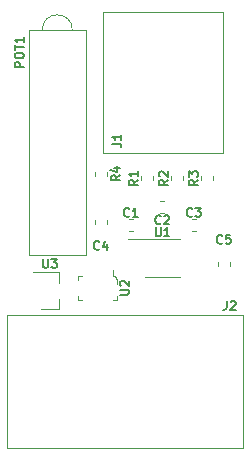
<source format=gbr>
G04 #@! TF.GenerationSoftware,KiCad,Pcbnew,5.1.5-52549c5~84~ubuntu18.04.1*
G04 #@! TF.CreationDate,2020-01-22T16:22:53-05:00*
G04 #@! TF.ProjectId,ATA,4154412e-6b69-4636-9164-5f7063625858,1.0*
G04 #@! TF.SameCoordinates,Original*
G04 #@! TF.FileFunction,Legend,Top*
G04 #@! TF.FilePolarity,Positive*
%FSLAX46Y46*%
G04 Gerber Fmt 4.6, Leading zero omitted, Abs format (unit mm)*
G04 Created by KiCad (PCBNEW 5.1.5-52549c5~84~ubuntu18.04.1) date 2020-01-22 16:22:53*
%MOMM*%
%LPD*%
G04 APERTURE LIST*
%ADD10C,0.120000*%
%ADD11C,0.100000*%
%ADD12C,0.150000*%
%ADD13R,1.002000X0.902000*%
%ADD14C,1.626000*%
%ADD15R,1.502000X3.502000*%
%ADD16R,2.402000X5.702000*%
%ADD17R,0.740000X1.190000*%
G04 APERTURE END LIST*
D10*
X140460000Y-96830000D02*
X139000000Y-96830000D01*
X140460000Y-93670000D02*
X138300000Y-93670000D01*
X140460000Y-93670000D02*
X140460000Y-94600000D01*
X140460000Y-96830000D02*
X140460000Y-95900000D01*
X144528000Y-85506779D02*
X144528000Y-85181221D01*
X143508000Y-85506779D02*
X143508000Y-85181221D01*
X152525000Y-85562221D02*
X152525000Y-85887779D01*
X153545000Y-85562221D02*
X153545000Y-85887779D01*
X153922000Y-92801221D02*
X153922000Y-93126779D01*
X154942000Y-92801221D02*
X154942000Y-93126779D01*
X143508000Y-89245221D02*
X143508000Y-89570779D01*
X144528000Y-89245221D02*
X144528000Y-89570779D01*
X156050000Y-97335000D02*
X156050000Y-108585000D01*
X136050000Y-97335000D02*
X136050000Y-108585000D01*
X156050000Y-108585000D02*
X136050000Y-108585000D01*
X156050000Y-97335000D02*
X136050000Y-97335000D01*
X154325000Y-71615000D02*
X154325000Y-83615000D01*
X144165000Y-71615000D02*
X144165000Y-83615000D01*
X144165000Y-83615000D02*
X154325000Y-83615000D01*
X154325000Y-71615000D02*
X144165000Y-71615000D01*
X146720779Y-90172000D02*
X146395221Y-90172000D01*
X146720779Y-89152000D02*
X146395221Y-89152000D01*
X149062221Y-87628000D02*
X149387779Y-87628000D01*
X149062221Y-88648000D02*
X149387779Y-88648000D01*
X151729221Y-90172000D02*
X152054779Y-90172000D01*
X151729221Y-89152000D02*
X152054779Y-89152000D01*
X147445000Y-85887779D02*
X147445000Y-85562221D01*
X148465000Y-85887779D02*
X148465000Y-85562221D01*
X151005000Y-85887779D02*
X151005000Y-85562221D01*
X149985000Y-85887779D02*
X149985000Y-85562221D01*
X149225000Y-94066000D02*
X150725000Y-94066000D01*
X149225000Y-94066000D02*
X147725000Y-94066000D01*
X149225000Y-90846000D02*
X150725000Y-90846000D01*
X149225000Y-90846000D02*
X146300000Y-90846000D01*
D11*
X145089000Y-95996000D02*
X145414000Y-95996000D01*
X145414000Y-95996000D02*
X145414000Y-95696000D01*
X142439000Y-93996000D02*
X142114000Y-93996000D01*
X142114000Y-93996000D02*
X142114000Y-94296000D01*
X142414000Y-95996000D02*
X142114000Y-95996000D01*
X142114000Y-95996000D02*
X142114000Y-95671000D01*
X145414000Y-94321000D02*
X145189000Y-93996000D01*
X145189000Y-93996000D02*
X145089000Y-93996000D01*
X145089000Y-93996000D02*
X145089000Y-93471000D01*
X145414000Y-94321000D02*
X145414000Y-94696000D01*
D10*
X137920000Y-73152000D02*
X137920000Y-92202000D01*
X142750000Y-73152000D02*
X142750000Y-92202000D01*
X137920000Y-73152000D02*
X142750000Y-73152000D01*
X137920000Y-92202000D02*
X142750000Y-92202000D01*
X139065000Y-73152000D02*
G75*
G02X141605000Y-73152000I1270000J0D01*
G01*
D12*
X139128571Y-92553285D02*
X139128571Y-93160428D01*
X139164285Y-93231857D01*
X139200000Y-93267571D01*
X139271428Y-93303285D01*
X139414285Y-93303285D01*
X139485714Y-93267571D01*
X139521428Y-93231857D01*
X139557142Y-93160428D01*
X139557142Y-92553285D01*
X139842857Y-92553285D02*
X140307142Y-92553285D01*
X140057142Y-92839000D01*
X140164285Y-92839000D01*
X140235714Y-92874714D01*
X140271428Y-92910428D01*
X140307142Y-92981857D01*
X140307142Y-93160428D01*
X140271428Y-93231857D01*
X140235714Y-93267571D01*
X140164285Y-93303285D01*
X139950000Y-93303285D01*
X139878571Y-93267571D01*
X139842857Y-93231857D01*
X145627285Y-85469000D02*
X145270142Y-85719000D01*
X145627285Y-85897571D02*
X144877285Y-85897571D01*
X144877285Y-85611857D01*
X144913000Y-85540428D01*
X144948714Y-85504714D01*
X145020142Y-85469000D01*
X145127285Y-85469000D01*
X145198714Y-85504714D01*
X145234428Y-85540428D01*
X145270142Y-85611857D01*
X145270142Y-85897571D01*
X145127285Y-84826142D02*
X145627285Y-84826142D01*
X144841571Y-85004714D02*
X145377285Y-85183285D01*
X145377285Y-84719000D01*
X152231285Y-85850000D02*
X151874142Y-86100000D01*
X152231285Y-86278571D02*
X151481285Y-86278571D01*
X151481285Y-85992857D01*
X151517000Y-85921428D01*
X151552714Y-85885714D01*
X151624142Y-85850000D01*
X151731285Y-85850000D01*
X151802714Y-85885714D01*
X151838428Y-85921428D01*
X151874142Y-85992857D01*
X151874142Y-86278571D01*
X151481285Y-85600000D02*
X151481285Y-85135714D01*
X151767000Y-85385714D01*
X151767000Y-85278571D01*
X151802714Y-85207142D01*
X151838428Y-85171428D01*
X151909857Y-85135714D01*
X152088428Y-85135714D01*
X152159857Y-85171428D01*
X152195571Y-85207142D01*
X152231285Y-85278571D01*
X152231285Y-85492857D01*
X152195571Y-85564285D01*
X152159857Y-85600000D01*
X154307000Y-91199857D02*
X154271285Y-91235571D01*
X154164142Y-91271285D01*
X154092714Y-91271285D01*
X153985571Y-91235571D01*
X153914142Y-91164142D01*
X153878428Y-91092714D01*
X153842714Y-90949857D01*
X153842714Y-90842714D01*
X153878428Y-90699857D01*
X153914142Y-90628428D01*
X153985571Y-90557000D01*
X154092714Y-90521285D01*
X154164142Y-90521285D01*
X154271285Y-90557000D01*
X154307000Y-90592714D01*
X154985571Y-90521285D02*
X154628428Y-90521285D01*
X154592714Y-90878428D01*
X154628428Y-90842714D01*
X154699857Y-90807000D01*
X154878428Y-90807000D01*
X154949857Y-90842714D01*
X154985571Y-90878428D01*
X155021285Y-90949857D01*
X155021285Y-91128428D01*
X154985571Y-91199857D01*
X154949857Y-91235571D01*
X154878428Y-91271285D01*
X154699857Y-91271285D01*
X154628428Y-91235571D01*
X154592714Y-91199857D01*
X143893000Y-91707857D02*
X143857285Y-91743571D01*
X143750142Y-91779285D01*
X143678714Y-91779285D01*
X143571571Y-91743571D01*
X143500142Y-91672142D01*
X143464428Y-91600714D01*
X143428714Y-91457857D01*
X143428714Y-91350714D01*
X143464428Y-91207857D01*
X143500142Y-91136428D01*
X143571571Y-91065000D01*
X143678714Y-91029285D01*
X143750142Y-91029285D01*
X143857285Y-91065000D01*
X143893000Y-91100714D01*
X144535857Y-91279285D02*
X144535857Y-91779285D01*
X144357285Y-90993571D02*
X144178714Y-91529285D01*
X144643000Y-91529285D01*
X154690000Y-96109285D02*
X154690000Y-96645000D01*
X154654285Y-96752142D01*
X154582857Y-96823571D01*
X154475714Y-96859285D01*
X154404285Y-96859285D01*
X155011428Y-96180714D02*
X155047142Y-96145000D01*
X155118571Y-96109285D01*
X155297142Y-96109285D01*
X155368571Y-96145000D01*
X155404285Y-96180714D01*
X155440000Y-96252142D01*
X155440000Y-96323571D01*
X155404285Y-96430714D01*
X154975714Y-96859285D01*
X155440000Y-96859285D01*
X145004285Y-82800000D02*
X145540000Y-82800000D01*
X145647142Y-82835714D01*
X145718571Y-82907142D01*
X145754285Y-83014285D01*
X145754285Y-83085714D01*
X145754285Y-82050000D02*
X145754285Y-82478571D01*
X145754285Y-82264285D02*
X145004285Y-82264285D01*
X145111428Y-82335714D01*
X145182857Y-82407142D01*
X145218571Y-82478571D01*
X146433000Y-88913857D02*
X146397285Y-88949571D01*
X146290142Y-88985285D01*
X146218714Y-88985285D01*
X146111571Y-88949571D01*
X146040142Y-88878142D01*
X146004428Y-88806714D01*
X145968714Y-88663857D01*
X145968714Y-88556714D01*
X146004428Y-88413857D01*
X146040142Y-88342428D01*
X146111571Y-88271000D01*
X146218714Y-88235285D01*
X146290142Y-88235285D01*
X146397285Y-88271000D01*
X146433000Y-88306714D01*
X147147285Y-88985285D02*
X146718714Y-88985285D01*
X146933000Y-88985285D02*
X146933000Y-88235285D01*
X146861571Y-88342428D01*
X146790142Y-88413857D01*
X146718714Y-88449571D01*
X149100000Y-89548857D02*
X149064285Y-89584571D01*
X148957142Y-89620285D01*
X148885714Y-89620285D01*
X148778571Y-89584571D01*
X148707142Y-89513142D01*
X148671428Y-89441714D01*
X148635714Y-89298857D01*
X148635714Y-89191714D01*
X148671428Y-89048857D01*
X148707142Y-88977428D01*
X148778571Y-88906000D01*
X148885714Y-88870285D01*
X148957142Y-88870285D01*
X149064285Y-88906000D01*
X149100000Y-88941714D01*
X149385714Y-88941714D02*
X149421428Y-88906000D01*
X149492857Y-88870285D01*
X149671428Y-88870285D01*
X149742857Y-88906000D01*
X149778571Y-88941714D01*
X149814285Y-89013142D01*
X149814285Y-89084571D01*
X149778571Y-89191714D01*
X149350000Y-89620285D01*
X149814285Y-89620285D01*
X151767000Y-88913857D02*
X151731285Y-88949571D01*
X151624142Y-88985285D01*
X151552714Y-88985285D01*
X151445571Y-88949571D01*
X151374142Y-88878142D01*
X151338428Y-88806714D01*
X151302714Y-88663857D01*
X151302714Y-88556714D01*
X151338428Y-88413857D01*
X151374142Y-88342428D01*
X151445571Y-88271000D01*
X151552714Y-88235285D01*
X151624142Y-88235285D01*
X151731285Y-88271000D01*
X151767000Y-88306714D01*
X152017000Y-88235285D02*
X152481285Y-88235285D01*
X152231285Y-88521000D01*
X152338428Y-88521000D01*
X152409857Y-88556714D01*
X152445571Y-88592428D01*
X152481285Y-88663857D01*
X152481285Y-88842428D01*
X152445571Y-88913857D01*
X152409857Y-88949571D01*
X152338428Y-88985285D01*
X152124142Y-88985285D01*
X152052714Y-88949571D01*
X152017000Y-88913857D01*
X147151285Y-85850000D02*
X146794142Y-86100000D01*
X147151285Y-86278571D02*
X146401285Y-86278571D01*
X146401285Y-85992857D01*
X146437000Y-85921428D01*
X146472714Y-85885714D01*
X146544142Y-85850000D01*
X146651285Y-85850000D01*
X146722714Y-85885714D01*
X146758428Y-85921428D01*
X146794142Y-85992857D01*
X146794142Y-86278571D01*
X147151285Y-85135714D02*
X147151285Y-85564285D01*
X147151285Y-85350000D02*
X146401285Y-85350000D01*
X146508428Y-85421428D01*
X146579857Y-85492857D01*
X146615571Y-85564285D01*
X149691285Y-85850000D02*
X149334142Y-86100000D01*
X149691285Y-86278571D02*
X148941285Y-86278571D01*
X148941285Y-85992857D01*
X148977000Y-85921428D01*
X149012714Y-85885714D01*
X149084142Y-85850000D01*
X149191285Y-85850000D01*
X149262714Y-85885714D01*
X149298428Y-85921428D01*
X149334142Y-85992857D01*
X149334142Y-86278571D01*
X149012714Y-85564285D02*
X148977000Y-85528571D01*
X148941285Y-85457142D01*
X148941285Y-85278571D01*
X148977000Y-85207142D01*
X149012714Y-85171428D01*
X149084142Y-85135714D01*
X149155571Y-85135714D01*
X149262714Y-85171428D01*
X149691285Y-85600000D01*
X149691285Y-85135714D01*
X148653571Y-89886285D02*
X148653571Y-90493428D01*
X148689285Y-90564857D01*
X148725000Y-90600571D01*
X148796428Y-90636285D01*
X148939285Y-90636285D01*
X149010714Y-90600571D01*
X149046428Y-90564857D01*
X149082142Y-90493428D01*
X149082142Y-89886285D01*
X149832142Y-90636285D02*
X149403571Y-90636285D01*
X149617857Y-90636285D02*
X149617857Y-89886285D01*
X149546428Y-89993428D01*
X149475000Y-90064857D01*
X149403571Y-90100571D01*
X145639285Y-95567428D02*
X146246428Y-95567428D01*
X146317857Y-95531714D01*
X146353571Y-95496000D01*
X146389285Y-95424571D01*
X146389285Y-95281714D01*
X146353571Y-95210285D01*
X146317857Y-95174571D01*
X146246428Y-95138857D01*
X145639285Y-95138857D01*
X145710714Y-94817428D02*
X145675000Y-94781714D01*
X145639285Y-94710285D01*
X145639285Y-94531714D01*
X145675000Y-94460285D01*
X145710714Y-94424571D01*
X145782142Y-94388857D01*
X145853571Y-94388857D01*
X145960714Y-94424571D01*
X146389285Y-94853142D01*
X146389285Y-94388857D01*
X137499285Y-76289142D02*
X136749285Y-76289142D01*
X136749285Y-76003428D01*
X136785000Y-75932000D01*
X136820714Y-75896285D01*
X136892142Y-75860571D01*
X136999285Y-75860571D01*
X137070714Y-75896285D01*
X137106428Y-75932000D01*
X137142142Y-76003428D01*
X137142142Y-76289142D01*
X136749285Y-75396285D02*
X136749285Y-75253428D01*
X136785000Y-75182000D01*
X136856428Y-75110571D01*
X136999285Y-75074857D01*
X137249285Y-75074857D01*
X137392142Y-75110571D01*
X137463571Y-75182000D01*
X137499285Y-75253428D01*
X137499285Y-75396285D01*
X137463571Y-75467714D01*
X137392142Y-75539142D01*
X137249285Y-75574857D01*
X136999285Y-75574857D01*
X136856428Y-75539142D01*
X136785000Y-75467714D01*
X136749285Y-75396285D01*
X136749285Y-74860571D02*
X136749285Y-74432000D01*
X137499285Y-74646285D02*
X136749285Y-74646285D01*
X137499285Y-73789142D02*
X137499285Y-74217714D01*
X137499285Y-74003428D02*
X136749285Y-74003428D01*
X136856428Y-74074857D01*
X136927857Y-74146285D01*
X136963571Y-74217714D01*
%LPC*%
D13*
X140700000Y-95250000D03*
X138700000Y-96200000D03*
X138700000Y-94300000D03*
D11*
G36*
X144323691Y-84069176D02*
G01*
X144347401Y-84072693D01*
X144370652Y-84078517D01*
X144393220Y-84086592D01*
X144414889Y-84096841D01*
X144435448Y-84109164D01*
X144454701Y-84123442D01*
X144472461Y-84139539D01*
X144488558Y-84157299D01*
X144502836Y-84176552D01*
X144515159Y-84197111D01*
X144525408Y-84218780D01*
X144533483Y-84241348D01*
X144539307Y-84264599D01*
X144542824Y-84288309D01*
X144544000Y-84312250D01*
X144544000Y-84800750D01*
X144542824Y-84824691D01*
X144539307Y-84848401D01*
X144533483Y-84871652D01*
X144525408Y-84894220D01*
X144515159Y-84915889D01*
X144502836Y-84936448D01*
X144488558Y-84955701D01*
X144472461Y-84973461D01*
X144454701Y-84989558D01*
X144435448Y-85003836D01*
X144414889Y-85016159D01*
X144393220Y-85026408D01*
X144370652Y-85034483D01*
X144347401Y-85040307D01*
X144323691Y-85043824D01*
X144299750Y-85045000D01*
X143736250Y-85045000D01*
X143712309Y-85043824D01*
X143688599Y-85040307D01*
X143665348Y-85034483D01*
X143642780Y-85026408D01*
X143621111Y-85016159D01*
X143600552Y-85003836D01*
X143581299Y-84989558D01*
X143563539Y-84973461D01*
X143547442Y-84955701D01*
X143533164Y-84936448D01*
X143520841Y-84915889D01*
X143510592Y-84894220D01*
X143502517Y-84871652D01*
X143496693Y-84848401D01*
X143493176Y-84824691D01*
X143492000Y-84800750D01*
X143492000Y-84312250D01*
X143493176Y-84288309D01*
X143496693Y-84264599D01*
X143502517Y-84241348D01*
X143510592Y-84218780D01*
X143520841Y-84197111D01*
X143533164Y-84176552D01*
X143547442Y-84157299D01*
X143563539Y-84139539D01*
X143581299Y-84123442D01*
X143600552Y-84109164D01*
X143621111Y-84096841D01*
X143642780Y-84086592D01*
X143665348Y-84078517D01*
X143688599Y-84072693D01*
X143712309Y-84069176D01*
X143736250Y-84068000D01*
X144299750Y-84068000D01*
X144323691Y-84069176D01*
G37*
G36*
X144323691Y-85644176D02*
G01*
X144347401Y-85647693D01*
X144370652Y-85653517D01*
X144393220Y-85661592D01*
X144414889Y-85671841D01*
X144435448Y-85684164D01*
X144454701Y-85698442D01*
X144472461Y-85714539D01*
X144488558Y-85732299D01*
X144502836Y-85751552D01*
X144515159Y-85772111D01*
X144525408Y-85793780D01*
X144533483Y-85816348D01*
X144539307Y-85839599D01*
X144542824Y-85863309D01*
X144544000Y-85887250D01*
X144544000Y-86375750D01*
X144542824Y-86399691D01*
X144539307Y-86423401D01*
X144533483Y-86446652D01*
X144525408Y-86469220D01*
X144515159Y-86490889D01*
X144502836Y-86511448D01*
X144488558Y-86530701D01*
X144472461Y-86548461D01*
X144454701Y-86564558D01*
X144435448Y-86578836D01*
X144414889Y-86591159D01*
X144393220Y-86601408D01*
X144370652Y-86609483D01*
X144347401Y-86615307D01*
X144323691Y-86618824D01*
X144299750Y-86620000D01*
X143736250Y-86620000D01*
X143712309Y-86618824D01*
X143688599Y-86615307D01*
X143665348Y-86609483D01*
X143642780Y-86601408D01*
X143621111Y-86591159D01*
X143600552Y-86578836D01*
X143581299Y-86564558D01*
X143563539Y-86548461D01*
X143547442Y-86530701D01*
X143533164Y-86511448D01*
X143520841Y-86490889D01*
X143510592Y-86469220D01*
X143502517Y-86446652D01*
X143496693Y-86423401D01*
X143493176Y-86399691D01*
X143492000Y-86375750D01*
X143492000Y-85887250D01*
X143493176Y-85863309D01*
X143496693Y-85839599D01*
X143502517Y-85816348D01*
X143510592Y-85793780D01*
X143520841Y-85772111D01*
X143533164Y-85751552D01*
X143547442Y-85732299D01*
X143563539Y-85714539D01*
X143581299Y-85698442D01*
X143600552Y-85684164D01*
X143621111Y-85671841D01*
X143642780Y-85661592D01*
X143665348Y-85653517D01*
X143688599Y-85647693D01*
X143712309Y-85644176D01*
X143736250Y-85643000D01*
X144299750Y-85643000D01*
X144323691Y-85644176D01*
G37*
G36*
X153340691Y-86025176D02*
G01*
X153364401Y-86028693D01*
X153387652Y-86034517D01*
X153410220Y-86042592D01*
X153431889Y-86052841D01*
X153452448Y-86065164D01*
X153471701Y-86079442D01*
X153489461Y-86095539D01*
X153505558Y-86113299D01*
X153519836Y-86132552D01*
X153532159Y-86153111D01*
X153542408Y-86174780D01*
X153550483Y-86197348D01*
X153556307Y-86220599D01*
X153559824Y-86244309D01*
X153561000Y-86268250D01*
X153561000Y-86756750D01*
X153559824Y-86780691D01*
X153556307Y-86804401D01*
X153550483Y-86827652D01*
X153542408Y-86850220D01*
X153532159Y-86871889D01*
X153519836Y-86892448D01*
X153505558Y-86911701D01*
X153489461Y-86929461D01*
X153471701Y-86945558D01*
X153452448Y-86959836D01*
X153431889Y-86972159D01*
X153410220Y-86982408D01*
X153387652Y-86990483D01*
X153364401Y-86996307D01*
X153340691Y-86999824D01*
X153316750Y-87001000D01*
X152753250Y-87001000D01*
X152729309Y-86999824D01*
X152705599Y-86996307D01*
X152682348Y-86990483D01*
X152659780Y-86982408D01*
X152638111Y-86972159D01*
X152617552Y-86959836D01*
X152598299Y-86945558D01*
X152580539Y-86929461D01*
X152564442Y-86911701D01*
X152550164Y-86892448D01*
X152537841Y-86871889D01*
X152527592Y-86850220D01*
X152519517Y-86827652D01*
X152513693Y-86804401D01*
X152510176Y-86780691D01*
X152509000Y-86756750D01*
X152509000Y-86268250D01*
X152510176Y-86244309D01*
X152513693Y-86220599D01*
X152519517Y-86197348D01*
X152527592Y-86174780D01*
X152537841Y-86153111D01*
X152550164Y-86132552D01*
X152564442Y-86113299D01*
X152580539Y-86095539D01*
X152598299Y-86079442D01*
X152617552Y-86065164D01*
X152638111Y-86052841D01*
X152659780Y-86042592D01*
X152682348Y-86034517D01*
X152705599Y-86028693D01*
X152729309Y-86025176D01*
X152753250Y-86024000D01*
X153316750Y-86024000D01*
X153340691Y-86025176D01*
G37*
G36*
X153340691Y-84450176D02*
G01*
X153364401Y-84453693D01*
X153387652Y-84459517D01*
X153410220Y-84467592D01*
X153431889Y-84477841D01*
X153452448Y-84490164D01*
X153471701Y-84504442D01*
X153489461Y-84520539D01*
X153505558Y-84538299D01*
X153519836Y-84557552D01*
X153532159Y-84578111D01*
X153542408Y-84599780D01*
X153550483Y-84622348D01*
X153556307Y-84645599D01*
X153559824Y-84669309D01*
X153561000Y-84693250D01*
X153561000Y-85181750D01*
X153559824Y-85205691D01*
X153556307Y-85229401D01*
X153550483Y-85252652D01*
X153542408Y-85275220D01*
X153532159Y-85296889D01*
X153519836Y-85317448D01*
X153505558Y-85336701D01*
X153489461Y-85354461D01*
X153471701Y-85370558D01*
X153452448Y-85384836D01*
X153431889Y-85397159D01*
X153410220Y-85407408D01*
X153387652Y-85415483D01*
X153364401Y-85421307D01*
X153340691Y-85424824D01*
X153316750Y-85426000D01*
X152753250Y-85426000D01*
X152729309Y-85424824D01*
X152705599Y-85421307D01*
X152682348Y-85415483D01*
X152659780Y-85407408D01*
X152638111Y-85397159D01*
X152617552Y-85384836D01*
X152598299Y-85370558D01*
X152580539Y-85354461D01*
X152564442Y-85336701D01*
X152550164Y-85317448D01*
X152537841Y-85296889D01*
X152527592Y-85275220D01*
X152519517Y-85252652D01*
X152513693Y-85229401D01*
X152510176Y-85205691D01*
X152509000Y-85181750D01*
X152509000Y-84693250D01*
X152510176Y-84669309D01*
X152513693Y-84645599D01*
X152519517Y-84622348D01*
X152527592Y-84599780D01*
X152537841Y-84578111D01*
X152550164Y-84557552D01*
X152564442Y-84538299D01*
X152580539Y-84520539D01*
X152598299Y-84504442D01*
X152617552Y-84490164D01*
X152638111Y-84477841D01*
X152659780Y-84467592D01*
X152682348Y-84459517D01*
X152705599Y-84453693D01*
X152729309Y-84450176D01*
X152753250Y-84449000D01*
X153316750Y-84449000D01*
X153340691Y-84450176D01*
G37*
G36*
X154737691Y-93264176D02*
G01*
X154761401Y-93267693D01*
X154784652Y-93273517D01*
X154807220Y-93281592D01*
X154828889Y-93291841D01*
X154849448Y-93304164D01*
X154868701Y-93318442D01*
X154886461Y-93334539D01*
X154902558Y-93352299D01*
X154916836Y-93371552D01*
X154929159Y-93392111D01*
X154939408Y-93413780D01*
X154947483Y-93436348D01*
X154953307Y-93459599D01*
X154956824Y-93483309D01*
X154958000Y-93507250D01*
X154958000Y-93995750D01*
X154956824Y-94019691D01*
X154953307Y-94043401D01*
X154947483Y-94066652D01*
X154939408Y-94089220D01*
X154929159Y-94110889D01*
X154916836Y-94131448D01*
X154902558Y-94150701D01*
X154886461Y-94168461D01*
X154868701Y-94184558D01*
X154849448Y-94198836D01*
X154828889Y-94211159D01*
X154807220Y-94221408D01*
X154784652Y-94229483D01*
X154761401Y-94235307D01*
X154737691Y-94238824D01*
X154713750Y-94240000D01*
X154150250Y-94240000D01*
X154126309Y-94238824D01*
X154102599Y-94235307D01*
X154079348Y-94229483D01*
X154056780Y-94221408D01*
X154035111Y-94211159D01*
X154014552Y-94198836D01*
X153995299Y-94184558D01*
X153977539Y-94168461D01*
X153961442Y-94150701D01*
X153947164Y-94131448D01*
X153934841Y-94110889D01*
X153924592Y-94089220D01*
X153916517Y-94066652D01*
X153910693Y-94043401D01*
X153907176Y-94019691D01*
X153906000Y-93995750D01*
X153906000Y-93507250D01*
X153907176Y-93483309D01*
X153910693Y-93459599D01*
X153916517Y-93436348D01*
X153924592Y-93413780D01*
X153934841Y-93392111D01*
X153947164Y-93371552D01*
X153961442Y-93352299D01*
X153977539Y-93334539D01*
X153995299Y-93318442D01*
X154014552Y-93304164D01*
X154035111Y-93291841D01*
X154056780Y-93281592D01*
X154079348Y-93273517D01*
X154102599Y-93267693D01*
X154126309Y-93264176D01*
X154150250Y-93263000D01*
X154713750Y-93263000D01*
X154737691Y-93264176D01*
G37*
G36*
X154737691Y-91689176D02*
G01*
X154761401Y-91692693D01*
X154784652Y-91698517D01*
X154807220Y-91706592D01*
X154828889Y-91716841D01*
X154849448Y-91729164D01*
X154868701Y-91743442D01*
X154886461Y-91759539D01*
X154902558Y-91777299D01*
X154916836Y-91796552D01*
X154929159Y-91817111D01*
X154939408Y-91838780D01*
X154947483Y-91861348D01*
X154953307Y-91884599D01*
X154956824Y-91908309D01*
X154958000Y-91932250D01*
X154958000Y-92420750D01*
X154956824Y-92444691D01*
X154953307Y-92468401D01*
X154947483Y-92491652D01*
X154939408Y-92514220D01*
X154929159Y-92535889D01*
X154916836Y-92556448D01*
X154902558Y-92575701D01*
X154886461Y-92593461D01*
X154868701Y-92609558D01*
X154849448Y-92623836D01*
X154828889Y-92636159D01*
X154807220Y-92646408D01*
X154784652Y-92654483D01*
X154761401Y-92660307D01*
X154737691Y-92663824D01*
X154713750Y-92665000D01*
X154150250Y-92665000D01*
X154126309Y-92663824D01*
X154102599Y-92660307D01*
X154079348Y-92654483D01*
X154056780Y-92646408D01*
X154035111Y-92636159D01*
X154014552Y-92623836D01*
X153995299Y-92609558D01*
X153977539Y-92593461D01*
X153961442Y-92575701D01*
X153947164Y-92556448D01*
X153934841Y-92535889D01*
X153924592Y-92514220D01*
X153916517Y-92491652D01*
X153910693Y-92468401D01*
X153907176Y-92444691D01*
X153906000Y-92420750D01*
X153906000Y-91932250D01*
X153907176Y-91908309D01*
X153910693Y-91884599D01*
X153916517Y-91861348D01*
X153924592Y-91838780D01*
X153934841Y-91817111D01*
X153947164Y-91796552D01*
X153961442Y-91777299D01*
X153977539Y-91759539D01*
X153995299Y-91743442D01*
X154014552Y-91729164D01*
X154035111Y-91716841D01*
X154056780Y-91706592D01*
X154079348Y-91698517D01*
X154102599Y-91692693D01*
X154126309Y-91689176D01*
X154150250Y-91688000D01*
X154713750Y-91688000D01*
X154737691Y-91689176D01*
G37*
G36*
X144323691Y-89708176D02*
G01*
X144347401Y-89711693D01*
X144370652Y-89717517D01*
X144393220Y-89725592D01*
X144414889Y-89735841D01*
X144435448Y-89748164D01*
X144454701Y-89762442D01*
X144472461Y-89778539D01*
X144488558Y-89796299D01*
X144502836Y-89815552D01*
X144515159Y-89836111D01*
X144525408Y-89857780D01*
X144533483Y-89880348D01*
X144539307Y-89903599D01*
X144542824Y-89927309D01*
X144544000Y-89951250D01*
X144544000Y-90439750D01*
X144542824Y-90463691D01*
X144539307Y-90487401D01*
X144533483Y-90510652D01*
X144525408Y-90533220D01*
X144515159Y-90554889D01*
X144502836Y-90575448D01*
X144488558Y-90594701D01*
X144472461Y-90612461D01*
X144454701Y-90628558D01*
X144435448Y-90642836D01*
X144414889Y-90655159D01*
X144393220Y-90665408D01*
X144370652Y-90673483D01*
X144347401Y-90679307D01*
X144323691Y-90682824D01*
X144299750Y-90684000D01*
X143736250Y-90684000D01*
X143712309Y-90682824D01*
X143688599Y-90679307D01*
X143665348Y-90673483D01*
X143642780Y-90665408D01*
X143621111Y-90655159D01*
X143600552Y-90642836D01*
X143581299Y-90628558D01*
X143563539Y-90612461D01*
X143547442Y-90594701D01*
X143533164Y-90575448D01*
X143520841Y-90554889D01*
X143510592Y-90533220D01*
X143502517Y-90510652D01*
X143496693Y-90487401D01*
X143493176Y-90463691D01*
X143492000Y-90439750D01*
X143492000Y-89951250D01*
X143493176Y-89927309D01*
X143496693Y-89903599D01*
X143502517Y-89880348D01*
X143510592Y-89857780D01*
X143520841Y-89836111D01*
X143533164Y-89815552D01*
X143547442Y-89796299D01*
X143563539Y-89778539D01*
X143581299Y-89762442D01*
X143600552Y-89748164D01*
X143621111Y-89735841D01*
X143642780Y-89725592D01*
X143665348Y-89717517D01*
X143688599Y-89711693D01*
X143712309Y-89708176D01*
X143736250Y-89707000D01*
X144299750Y-89707000D01*
X144323691Y-89708176D01*
G37*
G36*
X144323691Y-88133176D02*
G01*
X144347401Y-88136693D01*
X144370652Y-88142517D01*
X144393220Y-88150592D01*
X144414889Y-88160841D01*
X144435448Y-88173164D01*
X144454701Y-88187442D01*
X144472461Y-88203539D01*
X144488558Y-88221299D01*
X144502836Y-88240552D01*
X144515159Y-88261111D01*
X144525408Y-88282780D01*
X144533483Y-88305348D01*
X144539307Y-88328599D01*
X144542824Y-88352309D01*
X144544000Y-88376250D01*
X144544000Y-88864750D01*
X144542824Y-88888691D01*
X144539307Y-88912401D01*
X144533483Y-88935652D01*
X144525408Y-88958220D01*
X144515159Y-88979889D01*
X144502836Y-89000448D01*
X144488558Y-89019701D01*
X144472461Y-89037461D01*
X144454701Y-89053558D01*
X144435448Y-89067836D01*
X144414889Y-89080159D01*
X144393220Y-89090408D01*
X144370652Y-89098483D01*
X144347401Y-89104307D01*
X144323691Y-89107824D01*
X144299750Y-89109000D01*
X143736250Y-89109000D01*
X143712309Y-89107824D01*
X143688599Y-89104307D01*
X143665348Y-89098483D01*
X143642780Y-89090408D01*
X143621111Y-89080159D01*
X143600552Y-89067836D01*
X143581299Y-89053558D01*
X143563539Y-89037461D01*
X143547442Y-89019701D01*
X143533164Y-89000448D01*
X143520841Y-88979889D01*
X143510592Y-88958220D01*
X143502517Y-88935652D01*
X143496693Y-88912401D01*
X143493176Y-88888691D01*
X143492000Y-88864750D01*
X143492000Y-88376250D01*
X143493176Y-88352309D01*
X143496693Y-88328599D01*
X143502517Y-88305348D01*
X143510592Y-88282780D01*
X143520841Y-88261111D01*
X143533164Y-88240552D01*
X143547442Y-88221299D01*
X143563539Y-88203539D01*
X143581299Y-88187442D01*
X143600552Y-88173164D01*
X143621111Y-88160841D01*
X143642780Y-88150592D01*
X143665348Y-88142517D01*
X143688599Y-88136693D01*
X143712309Y-88133176D01*
X143736250Y-88132000D01*
X144299750Y-88132000D01*
X144323691Y-88133176D01*
G37*
D14*
X155050000Y-101785000D03*
X137050000Y-101785000D03*
X153050000Y-99385000D03*
X139050000Y-99385000D03*
X151050000Y-99385000D03*
X141050000Y-99385000D03*
X149050000Y-99385000D03*
X143050000Y-99385000D03*
X147050000Y-99385000D03*
X145050000Y-99385000D03*
D15*
X150495000Y-81915000D03*
X147995000Y-81915000D03*
D16*
X153045000Y-75315000D03*
X145445000Y-75315000D03*
D11*
G36*
X147613691Y-89137176D02*
G01*
X147637401Y-89140693D01*
X147660652Y-89146517D01*
X147683220Y-89154592D01*
X147704889Y-89164841D01*
X147725448Y-89177164D01*
X147744701Y-89191442D01*
X147762461Y-89207539D01*
X147778558Y-89225299D01*
X147792836Y-89244552D01*
X147805159Y-89265111D01*
X147815408Y-89286780D01*
X147823483Y-89309348D01*
X147829307Y-89332599D01*
X147832824Y-89356309D01*
X147834000Y-89380250D01*
X147834000Y-89943750D01*
X147832824Y-89967691D01*
X147829307Y-89991401D01*
X147823483Y-90014652D01*
X147815408Y-90037220D01*
X147805159Y-90058889D01*
X147792836Y-90079448D01*
X147778558Y-90098701D01*
X147762461Y-90116461D01*
X147744701Y-90132558D01*
X147725448Y-90146836D01*
X147704889Y-90159159D01*
X147683220Y-90169408D01*
X147660652Y-90177483D01*
X147637401Y-90183307D01*
X147613691Y-90186824D01*
X147589750Y-90188000D01*
X147101250Y-90188000D01*
X147077309Y-90186824D01*
X147053599Y-90183307D01*
X147030348Y-90177483D01*
X147007780Y-90169408D01*
X146986111Y-90159159D01*
X146965552Y-90146836D01*
X146946299Y-90132558D01*
X146928539Y-90116461D01*
X146912442Y-90098701D01*
X146898164Y-90079448D01*
X146885841Y-90058889D01*
X146875592Y-90037220D01*
X146867517Y-90014652D01*
X146861693Y-89991401D01*
X146858176Y-89967691D01*
X146857000Y-89943750D01*
X146857000Y-89380250D01*
X146858176Y-89356309D01*
X146861693Y-89332599D01*
X146867517Y-89309348D01*
X146875592Y-89286780D01*
X146885841Y-89265111D01*
X146898164Y-89244552D01*
X146912442Y-89225299D01*
X146928539Y-89207539D01*
X146946299Y-89191442D01*
X146965552Y-89177164D01*
X146986111Y-89164841D01*
X147007780Y-89154592D01*
X147030348Y-89146517D01*
X147053599Y-89140693D01*
X147077309Y-89137176D01*
X147101250Y-89136000D01*
X147589750Y-89136000D01*
X147613691Y-89137176D01*
G37*
G36*
X146038691Y-89137176D02*
G01*
X146062401Y-89140693D01*
X146085652Y-89146517D01*
X146108220Y-89154592D01*
X146129889Y-89164841D01*
X146150448Y-89177164D01*
X146169701Y-89191442D01*
X146187461Y-89207539D01*
X146203558Y-89225299D01*
X146217836Y-89244552D01*
X146230159Y-89265111D01*
X146240408Y-89286780D01*
X146248483Y-89309348D01*
X146254307Y-89332599D01*
X146257824Y-89356309D01*
X146259000Y-89380250D01*
X146259000Y-89943750D01*
X146257824Y-89967691D01*
X146254307Y-89991401D01*
X146248483Y-90014652D01*
X146240408Y-90037220D01*
X146230159Y-90058889D01*
X146217836Y-90079448D01*
X146203558Y-90098701D01*
X146187461Y-90116461D01*
X146169701Y-90132558D01*
X146150448Y-90146836D01*
X146129889Y-90159159D01*
X146108220Y-90169408D01*
X146085652Y-90177483D01*
X146062401Y-90183307D01*
X146038691Y-90186824D01*
X146014750Y-90188000D01*
X145526250Y-90188000D01*
X145502309Y-90186824D01*
X145478599Y-90183307D01*
X145455348Y-90177483D01*
X145432780Y-90169408D01*
X145411111Y-90159159D01*
X145390552Y-90146836D01*
X145371299Y-90132558D01*
X145353539Y-90116461D01*
X145337442Y-90098701D01*
X145323164Y-90079448D01*
X145310841Y-90058889D01*
X145300592Y-90037220D01*
X145292517Y-90014652D01*
X145286693Y-89991401D01*
X145283176Y-89967691D01*
X145282000Y-89943750D01*
X145282000Y-89380250D01*
X145283176Y-89356309D01*
X145286693Y-89332599D01*
X145292517Y-89309348D01*
X145300592Y-89286780D01*
X145310841Y-89265111D01*
X145323164Y-89244552D01*
X145337442Y-89225299D01*
X145353539Y-89207539D01*
X145371299Y-89191442D01*
X145390552Y-89177164D01*
X145411111Y-89164841D01*
X145432780Y-89154592D01*
X145455348Y-89146517D01*
X145478599Y-89140693D01*
X145502309Y-89137176D01*
X145526250Y-89136000D01*
X146014750Y-89136000D01*
X146038691Y-89137176D01*
G37*
G36*
X148705691Y-87613176D02*
G01*
X148729401Y-87616693D01*
X148752652Y-87622517D01*
X148775220Y-87630592D01*
X148796889Y-87640841D01*
X148817448Y-87653164D01*
X148836701Y-87667442D01*
X148854461Y-87683539D01*
X148870558Y-87701299D01*
X148884836Y-87720552D01*
X148897159Y-87741111D01*
X148907408Y-87762780D01*
X148915483Y-87785348D01*
X148921307Y-87808599D01*
X148924824Y-87832309D01*
X148926000Y-87856250D01*
X148926000Y-88419750D01*
X148924824Y-88443691D01*
X148921307Y-88467401D01*
X148915483Y-88490652D01*
X148907408Y-88513220D01*
X148897159Y-88534889D01*
X148884836Y-88555448D01*
X148870558Y-88574701D01*
X148854461Y-88592461D01*
X148836701Y-88608558D01*
X148817448Y-88622836D01*
X148796889Y-88635159D01*
X148775220Y-88645408D01*
X148752652Y-88653483D01*
X148729401Y-88659307D01*
X148705691Y-88662824D01*
X148681750Y-88664000D01*
X148193250Y-88664000D01*
X148169309Y-88662824D01*
X148145599Y-88659307D01*
X148122348Y-88653483D01*
X148099780Y-88645408D01*
X148078111Y-88635159D01*
X148057552Y-88622836D01*
X148038299Y-88608558D01*
X148020539Y-88592461D01*
X148004442Y-88574701D01*
X147990164Y-88555448D01*
X147977841Y-88534889D01*
X147967592Y-88513220D01*
X147959517Y-88490652D01*
X147953693Y-88467401D01*
X147950176Y-88443691D01*
X147949000Y-88419750D01*
X147949000Y-87856250D01*
X147950176Y-87832309D01*
X147953693Y-87808599D01*
X147959517Y-87785348D01*
X147967592Y-87762780D01*
X147977841Y-87741111D01*
X147990164Y-87720552D01*
X148004442Y-87701299D01*
X148020539Y-87683539D01*
X148038299Y-87667442D01*
X148057552Y-87653164D01*
X148078111Y-87640841D01*
X148099780Y-87630592D01*
X148122348Y-87622517D01*
X148145599Y-87616693D01*
X148169309Y-87613176D01*
X148193250Y-87612000D01*
X148681750Y-87612000D01*
X148705691Y-87613176D01*
G37*
G36*
X150280691Y-87613176D02*
G01*
X150304401Y-87616693D01*
X150327652Y-87622517D01*
X150350220Y-87630592D01*
X150371889Y-87640841D01*
X150392448Y-87653164D01*
X150411701Y-87667442D01*
X150429461Y-87683539D01*
X150445558Y-87701299D01*
X150459836Y-87720552D01*
X150472159Y-87741111D01*
X150482408Y-87762780D01*
X150490483Y-87785348D01*
X150496307Y-87808599D01*
X150499824Y-87832309D01*
X150501000Y-87856250D01*
X150501000Y-88419750D01*
X150499824Y-88443691D01*
X150496307Y-88467401D01*
X150490483Y-88490652D01*
X150482408Y-88513220D01*
X150472159Y-88534889D01*
X150459836Y-88555448D01*
X150445558Y-88574701D01*
X150429461Y-88592461D01*
X150411701Y-88608558D01*
X150392448Y-88622836D01*
X150371889Y-88635159D01*
X150350220Y-88645408D01*
X150327652Y-88653483D01*
X150304401Y-88659307D01*
X150280691Y-88662824D01*
X150256750Y-88664000D01*
X149768250Y-88664000D01*
X149744309Y-88662824D01*
X149720599Y-88659307D01*
X149697348Y-88653483D01*
X149674780Y-88645408D01*
X149653111Y-88635159D01*
X149632552Y-88622836D01*
X149613299Y-88608558D01*
X149595539Y-88592461D01*
X149579442Y-88574701D01*
X149565164Y-88555448D01*
X149552841Y-88534889D01*
X149542592Y-88513220D01*
X149534517Y-88490652D01*
X149528693Y-88467401D01*
X149525176Y-88443691D01*
X149524000Y-88419750D01*
X149524000Y-87856250D01*
X149525176Y-87832309D01*
X149528693Y-87808599D01*
X149534517Y-87785348D01*
X149542592Y-87762780D01*
X149552841Y-87741111D01*
X149565164Y-87720552D01*
X149579442Y-87701299D01*
X149595539Y-87683539D01*
X149613299Y-87667442D01*
X149632552Y-87653164D01*
X149653111Y-87640841D01*
X149674780Y-87630592D01*
X149697348Y-87622517D01*
X149720599Y-87616693D01*
X149744309Y-87613176D01*
X149768250Y-87612000D01*
X150256750Y-87612000D01*
X150280691Y-87613176D01*
G37*
G36*
X152947691Y-89137176D02*
G01*
X152971401Y-89140693D01*
X152994652Y-89146517D01*
X153017220Y-89154592D01*
X153038889Y-89164841D01*
X153059448Y-89177164D01*
X153078701Y-89191442D01*
X153096461Y-89207539D01*
X153112558Y-89225299D01*
X153126836Y-89244552D01*
X153139159Y-89265111D01*
X153149408Y-89286780D01*
X153157483Y-89309348D01*
X153163307Y-89332599D01*
X153166824Y-89356309D01*
X153168000Y-89380250D01*
X153168000Y-89943750D01*
X153166824Y-89967691D01*
X153163307Y-89991401D01*
X153157483Y-90014652D01*
X153149408Y-90037220D01*
X153139159Y-90058889D01*
X153126836Y-90079448D01*
X153112558Y-90098701D01*
X153096461Y-90116461D01*
X153078701Y-90132558D01*
X153059448Y-90146836D01*
X153038889Y-90159159D01*
X153017220Y-90169408D01*
X152994652Y-90177483D01*
X152971401Y-90183307D01*
X152947691Y-90186824D01*
X152923750Y-90188000D01*
X152435250Y-90188000D01*
X152411309Y-90186824D01*
X152387599Y-90183307D01*
X152364348Y-90177483D01*
X152341780Y-90169408D01*
X152320111Y-90159159D01*
X152299552Y-90146836D01*
X152280299Y-90132558D01*
X152262539Y-90116461D01*
X152246442Y-90098701D01*
X152232164Y-90079448D01*
X152219841Y-90058889D01*
X152209592Y-90037220D01*
X152201517Y-90014652D01*
X152195693Y-89991401D01*
X152192176Y-89967691D01*
X152191000Y-89943750D01*
X152191000Y-89380250D01*
X152192176Y-89356309D01*
X152195693Y-89332599D01*
X152201517Y-89309348D01*
X152209592Y-89286780D01*
X152219841Y-89265111D01*
X152232164Y-89244552D01*
X152246442Y-89225299D01*
X152262539Y-89207539D01*
X152280299Y-89191442D01*
X152299552Y-89177164D01*
X152320111Y-89164841D01*
X152341780Y-89154592D01*
X152364348Y-89146517D01*
X152387599Y-89140693D01*
X152411309Y-89137176D01*
X152435250Y-89136000D01*
X152923750Y-89136000D01*
X152947691Y-89137176D01*
G37*
G36*
X151372691Y-89137176D02*
G01*
X151396401Y-89140693D01*
X151419652Y-89146517D01*
X151442220Y-89154592D01*
X151463889Y-89164841D01*
X151484448Y-89177164D01*
X151503701Y-89191442D01*
X151521461Y-89207539D01*
X151537558Y-89225299D01*
X151551836Y-89244552D01*
X151564159Y-89265111D01*
X151574408Y-89286780D01*
X151582483Y-89309348D01*
X151588307Y-89332599D01*
X151591824Y-89356309D01*
X151593000Y-89380250D01*
X151593000Y-89943750D01*
X151591824Y-89967691D01*
X151588307Y-89991401D01*
X151582483Y-90014652D01*
X151574408Y-90037220D01*
X151564159Y-90058889D01*
X151551836Y-90079448D01*
X151537558Y-90098701D01*
X151521461Y-90116461D01*
X151503701Y-90132558D01*
X151484448Y-90146836D01*
X151463889Y-90159159D01*
X151442220Y-90169408D01*
X151419652Y-90177483D01*
X151396401Y-90183307D01*
X151372691Y-90186824D01*
X151348750Y-90188000D01*
X150860250Y-90188000D01*
X150836309Y-90186824D01*
X150812599Y-90183307D01*
X150789348Y-90177483D01*
X150766780Y-90169408D01*
X150745111Y-90159159D01*
X150724552Y-90146836D01*
X150705299Y-90132558D01*
X150687539Y-90116461D01*
X150671442Y-90098701D01*
X150657164Y-90079448D01*
X150644841Y-90058889D01*
X150634592Y-90037220D01*
X150626517Y-90014652D01*
X150620693Y-89991401D01*
X150617176Y-89967691D01*
X150616000Y-89943750D01*
X150616000Y-89380250D01*
X150617176Y-89356309D01*
X150620693Y-89332599D01*
X150626517Y-89309348D01*
X150634592Y-89286780D01*
X150644841Y-89265111D01*
X150657164Y-89244552D01*
X150671442Y-89225299D01*
X150687539Y-89207539D01*
X150705299Y-89191442D01*
X150724552Y-89177164D01*
X150745111Y-89164841D01*
X150766780Y-89154592D01*
X150789348Y-89146517D01*
X150812599Y-89140693D01*
X150836309Y-89137176D01*
X150860250Y-89136000D01*
X151348750Y-89136000D01*
X151372691Y-89137176D01*
G37*
G36*
X148260691Y-86025176D02*
G01*
X148284401Y-86028693D01*
X148307652Y-86034517D01*
X148330220Y-86042592D01*
X148351889Y-86052841D01*
X148372448Y-86065164D01*
X148391701Y-86079442D01*
X148409461Y-86095539D01*
X148425558Y-86113299D01*
X148439836Y-86132552D01*
X148452159Y-86153111D01*
X148462408Y-86174780D01*
X148470483Y-86197348D01*
X148476307Y-86220599D01*
X148479824Y-86244309D01*
X148481000Y-86268250D01*
X148481000Y-86756750D01*
X148479824Y-86780691D01*
X148476307Y-86804401D01*
X148470483Y-86827652D01*
X148462408Y-86850220D01*
X148452159Y-86871889D01*
X148439836Y-86892448D01*
X148425558Y-86911701D01*
X148409461Y-86929461D01*
X148391701Y-86945558D01*
X148372448Y-86959836D01*
X148351889Y-86972159D01*
X148330220Y-86982408D01*
X148307652Y-86990483D01*
X148284401Y-86996307D01*
X148260691Y-86999824D01*
X148236750Y-87001000D01*
X147673250Y-87001000D01*
X147649309Y-86999824D01*
X147625599Y-86996307D01*
X147602348Y-86990483D01*
X147579780Y-86982408D01*
X147558111Y-86972159D01*
X147537552Y-86959836D01*
X147518299Y-86945558D01*
X147500539Y-86929461D01*
X147484442Y-86911701D01*
X147470164Y-86892448D01*
X147457841Y-86871889D01*
X147447592Y-86850220D01*
X147439517Y-86827652D01*
X147433693Y-86804401D01*
X147430176Y-86780691D01*
X147429000Y-86756750D01*
X147429000Y-86268250D01*
X147430176Y-86244309D01*
X147433693Y-86220599D01*
X147439517Y-86197348D01*
X147447592Y-86174780D01*
X147457841Y-86153111D01*
X147470164Y-86132552D01*
X147484442Y-86113299D01*
X147500539Y-86095539D01*
X147518299Y-86079442D01*
X147537552Y-86065164D01*
X147558111Y-86052841D01*
X147579780Y-86042592D01*
X147602348Y-86034517D01*
X147625599Y-86028693D01*
X147649309Y-86025176D01*
X147673250Y-86024000D01*
X148236750Y-86024000D01*
X148260691Y-86025176D01*
G37*
G36*
X148260691Y-84450176D02*
G01*
X148284401Y-84453693D01*
X148307652Y-84459517D01*
X148330220Y-84467592D01*
X148351889Y-84477841D01*
X148372448Y-84490164D01*
X148391701Y-84504442D01*
X148409461Y-84520539D01*
X148425558Y-84538299D01*
X148439836Y-84557552D01*
X148452159Y-84578111D01*
X148462408Y-84599780D01*
X148470483Y-84622348D01*
X148476307Y-84645599D01*
X148479824Y-84669309D01*
X148481000Y-84693250D01*
X148481000Y-85181750D01*
X148479824Y-85205691D01*
X148476307Y-85229401D01*
X148470483Y-85252652D01*
X148462408Y-85275220D01*
X148452159Y-85296889D01*
X148439836Y-85317448D01*
X148425558Y-85336701D01*
X148409461Y-85354461D01*
X148391701Y-85370558D01*
X148372448Y-85384836D01*
X148351889Y-85397159D01*
X148330220Y-85407408D01*
X148307652Y-85415483D01*
X148284401Y-85421307D01*
X148260691Y-85424824D01*
X148236750Y-85426000D01*
X147673250Y-85426000D01*
X147649309Y-85424824D01*
X147625599Y-85421307D01*
X147602348Y-85415483D01*
X147579780Y-85407408D01*
X147558111Y-85397159D01*
X147537552Y-85384836D01*
X147518299Y-85370558D01*
X147500539Y-85354461D01*
X147484442Y-85336701D01*
X147470164Y-85317448D01*
X147457841Y-85296889D01*
X147447592Y-85275220D01*
X147439517Y-85252652D01*
X147433693Y-85229401D01*
X147430176Y-85205691D01*
X147429000Y-85181750D01*
X147429000Y-84693250D01*
X147430176Y-84669309D01*
X147433693Y-84645599D01*
X147439517Y-84622348D01*
X147447592Y-84599780D01*
X147457841Y-84578111D01*
X147470164Y-84557552D01*
X147484442Y-84538299D01*
X147500539Y-84520539D01*
X147518299Y-84504442D01*
X147537552Y-84490164D01*
X147558111Y-84477841D01*
X147579780Y-84467592D01*
X147602348Y-84459517D01*
X147625599Y-84453693D01*
X147649309Y-84450176D01*
X147673250Y-84449000D01*
X148236750Y-84449000D01*
X148260691Y-84450176D01*
G37*
G36*
X150800691Y-84450176D02*
G01*
X150824401Y-84453693D01*
X150847652Y-84459517D01*
X150870220Y-84467592D01*
X150891889Y-84477841D01*
X150912448Y-84490164D01*
X150931701Y-84504442D01*
X150949461Y-84520539D01*
X150965558Y-84538299D01*
X150979836Y-84557552D01*
X150992159Y-84578111D01*
X151002408Y-84599780D01*
X151010483Y-84622348D01*
X151016307Y-84645599D01*
X151019824Y-84669309D01*
X151021000Y-84693250D01*
X151021000Y-85181750D01*
X151019824Y-85205691D01*
X151016307Y-85229401D01*
X151010483Y-85252652D01*
X151002408Y-85275220D01*
X150992159Y-85296889D01*
X150979836Y-85317448D01*
X150965558Y-85336701D01*
X150949461Y-85354461D01*
X150931701Y-85370558D01*
X150912448Y-85384836D01*
X150891889Y-85397159D01*
X150870220Y-85407408D01*
X150847652Y-85415483D01*
X150824401Y-85421307D01*
X150800691Y-85424824D01*
X150776750Y-85426000D01*
X150213250Y-85426000D01*
X150189309Y-85424824D01*
X150165599Y-85421307D01*
X150142348Y-85415483D01*
X150119780Y-85407408D01*
X150098111Y-85397159D01*
X150077552Y-85384836D01*
X150058299Y-85370558D01*
X150040539Y-85354461D01*
X150024442Y-85336701D01*
X150010164Y-85317448D01*
X149997841Y-85296889D01*
X149987592Y-85275220D01*
X149979517Y-85252652D01*
X149973693Y-85229401D01*
X149970176Y-85205691D01*
X149969000Y-85181750D01*
X149969000Y-84693250D01*
X149970176Y-84669309D01*
X149973693Y-84645599D01*
X149979517Y-84622348D01*
X149987592Y-84599780D01*
X149997841Y-84578111D01*
X150010164Y-84557552D01*
X150024442Y-84538299D01*
X150040539Y-84520539D01*
X150058299Y-84504442D01*
X150077552Y-84490164D01*
X150098111Y-84477841D01*
X150119780Y-84467592D01*
X150142348Y-84459517D01*
X150165599Y-84453693D01*
X150189309Y-84450176D01*
X150213250Y-84449000D01*
X150776750Y-84449000D01*
X150800691Y-84450176D01*
G37*
G36*
X150800691Y-86025176D02*
G01*
X150824401Y-86028693D01*
X150847652Y-86034517D01*
X150870220Y-86042592D01*
X150891889Y-86052841D01*
X150912448Y-86065164D01*
X150931701Y-86079442D01*
X150949461Y-86095539D01*
X150965558Y-86113299D01*
X150979836Y-86132552D01*
X150992159Y-86153111D01*
X151002408Y-86174780D01*
X151010483Y-86197348D01*
X151016307Y-86220599D01*
X151019824Y-86244309D01*
X151021000Y-86268250D01*
X151021000Y-86756750D01*
X151019824Y-86780691D01*
X151016307Y-86804401D01*
X151010483Y-86827652D01*
X151002408Y-86850220D01*
X150992159Y-86871889D01*
X150979836Y-86892448D01*
X150965558Y-86911701D01*
X150949461Y-86929461D01*
X150931701Y-86945558D01*
X150912448Y-86959836D01*
X150891889Y-86972159D01*
X150870220Y-86982408D01*
X150847652Y-86990483D01*
X150824401Y-86996307D01*
X150800691Y-86999824D01*
X150776750Y-87001000D01*
X150213250Y-87001000D01*
X150189309Y-86999824D01*
X150165599Y-86996307D01*
X150142348Y-86990483D01*
X150119780Y-86982408D01*
X150098111Y-86972159D01*
X150077552Y-86959836D01*
X150058299Y-86945558D01*
X150040539Y-86929461D01*
X150024442Y-86911701D01*
X150010164Y-86892448D01*
X149997841Y-86871889D01*
X149987592Y-86850220D01*
X149979517Y-86827652D01*
X149973693Y-86804401D01*
X149970176Y-86780691D01*
X149969000Y-86756750D01*
X149969000Y-86268250D01*
X149970176Y-86244309D01*
X149973693Y-86220599D01*
X149979517Y-86197348D01*
X149987592Y-86174780D01*
X149997841Y-86153111D01*
X150010164Y-86132552D01*
X150024442Y-86113299D01*
X150040539Y-86095539D01*
X150058299Y-86079442D01*
X150077552Y-86065164D01*
X150098111Y-86052841D01*
X150119780Y-86042592D01*
X150142348Y-86034517D01*
X150165599Y-86028693D01*
X150189309Y-86025176D01*
X150213250Y-86024000D01*
X150776750Y-86024000D01*
X150800691Y-86025176D01*
G37*
G36*
X147840252Y-91180725D02*
G01*
X147854861Y-91182892D01*
X147869188Y-91186480D01*
X147883094Y-91191456D01*
X147896445Y-91197771D01*
X147909113Y-91205364D01*
X147920976Y-91214162D01*
X147931920Y-91224080D01*
X147941838Y-91235024D01*
X147950636Y-91246887D01*
X147958229Y-91259555D01*
X147964544Y-91272906D01*
X147969520Y-91286812D01*
X147973108Y-91301139D01*
X147975275Y-91315748D01*
X147976000Y-91330500D01*
X147976000Y-91631500D01*
X147975275Y-91646252D01*
X147973108Y-91660861D01*
X147969520Y-91675188D01*
X147964544Y-91689094D01*
X147958229Y-91702445D01*
X147950636Y-91715113D01*
X147941838Y-91726976D01*
X147931920Y-91737920D01*
X147920976Y-91747838D01*
X147909113Y-91756636D01*
X147896445Y-91764229D01*
X147883094Y-91770544D01*
X147869188Y-91775520D01*
X147854861Y-91779108D01*
X147840252Y-91781275D01*
X147825500Y-91782000D01*
X146399500Y-91782000D01*
X146384748Y-91781275D01*
X146370139Y-91779108D01*
X146355812Y-91775520D01*
X146341906Y-91770544D01*
X146328555Y-91764229D01*
X146315887Y-91756636D01*
X146304024Y-91747838D01*
X146293080Y-91737920D01*
X146283162Y-91726976D01*
X146274364Y-91715113D01*
X146266771Y-91702445D01*
X146260456Y-91689094D01*
X146255480Y-91675188D01*
X146251892Y-91660861D01*
X146249725Y-91646252D01*
X146249000Y-91631500D01*
X146249000Y-91330500D01*
X146249725Y-91315748D01*
X146251892Y-91301139D01*
X146255480Y-91286812D01*
X146260456Y-91272906D01*
X146266771Y-91259555D01*
X146274364Y-91246887D01*
X146283162Y-91235024D01*
X146293080Y-91224080D01*
X146304024Y-91214162D01*
X146315887Y-91205364D01*
X146328555Y-91197771D01*
X146341906Y-91191456D01*
X146355812Y-91186480D01*
X146370139Y-91182892D01*
X146384748Y-91180725D01*
X146399500Y-91180000D01*
X147825500Y-91180000D01*
X147840252Y-91180725D01*
G37*
G36*
X147840252Y-91830725D02*
G01*
X147854861Y-91832892D01*
X147869188Y-91836480D01*
X147883094Y-91841456D01*
X147896445Y-91847771D01*
X147909113Y-91855364D01*
X147920976Y-91864162D01*
X147931920Y-91874080D01*
X147941838Y-91885024D01*
X147950636Y-91896887D01*
X147958229Y-91909555D01*
X147964544Y-91922906D01*
X147969520Y-91936812D01*
X147973108Y-91951139D01*
X147975275Y-91965748D01*
X147976000Y-91980500D01*
X147976000Y-92281500D01*
X147975275Y-92296252D01*
X147973108Y-92310861D01*
X147969520Y-92325188D01*
X147964544Y-92339094D01*
X147958229Y-92352445D01*
X147950636Y-92365113D01*
X147941838Y-92376976D01*
X147931920Y-92387920D01*
X147920976Y-92397838D01*
X147909113Y-92406636D01*
X147896445Y-92414229D01*
X147883094Y-92420544D01*
X147869188Y-92425520D01*
X147854861Y-92429108D01*
X147840252Y-92431275D01*
X147825500Y-92432000D01*
X146399500Y-92432000D01*
X146384748Y-92431275D01*
X146370139Y-92429108D01*
X146355812Y-92425520D01*
X146341906Y-92420544D01*
X146328555Y-92414229D01*
X146315887Y-92406636D01*
X146304024Y-92397838D01*
X146293080Y-92387920D01*
X146283162Y-92376976D01*
X146274364Y-92365113D01*
X146266771Y-92352445D01*
X146260456Y-92339094D01*
X146255480Y-92325188D01*
X146251892Y-92310861D01*
X146249725Y-92296252D01*
X146249000Y-92281500D01*
X146249000Y-91980500D01*
X146249725Y-91965748D01*
X146251892Y-91951139D01*
X146255480Y-91936812D01*
X146260456Y-91922906D01*
X146266771Y-91909555D01*
X146274364Y-91896887D01*
X146283162Y-91885024D01*
X146293080Y-91874080D01*
X146304024Y-91864162D01*
X146315887Y-91855364D01*
X146328555Y-91847771D01*
X146341906Y-91841456D01*
X146355812Y-91836480D01*
X146370139Y-91832892D01*
X146384748Y-91830725D01*
X146399500Y-91830000D01*
X147825500Y-91830000D01*
X147840252Y-91830725D01*
G37*
G36*
X147840252Y-92480725D02*
G01*
X147854861Y-92482892D01*
X147869188Y-92486480D01*
X147883094Y-92491456D01*
X147896445Y-92497771D01*
X147909113Y-92505364D01*
X147920976Y-92514162D01*
X147931920Y-92524080D01*
X147941838Y-92535024D01*
X147950636Y-92546887D01*
X147958229Y-92559555D01*
X147964544Y-92572906D01*
X147969520Y-92586812D01*
X147973108Y-92601139D01*
X147975275Y-92615748D01*
X147976000Y-92630500D01*
X147976000Y-92931500D01*
X147975275Y-92946252D01*
X147973108Y-92960861D01*
X147969520Y-92975188D01*
X147964544Y-92989094D01*
X147958229Y-93002445D01*
X147950636Y-93015113D01*
X147941838Y-93026976D01*
X147931920Y-93037920D01*
X147920976Y-93047838D01*
X147909113Y-93056636D01*
X147896445Y-93064229D01*
X147883094Y-93070544D01*
X147869188Y-93075520D01*
X147854861Y-93079108D01*
X147840252Y-93081275D01*
X147825500Y-93082000D01*
X146399500Y-93082000D01*
X146384748Y-93081275D01*
X146370139Y-93079108D01*
X146355812Y-93075520D01*
X146341906Y-93070544D01*
X146328555Y-93064229D01*
X146315887Y-93056636D01*
X146304024Y-93047838D01*
X146293080Y-93037920D01*
X146283162Y-93026976D01*
X146274364Y-93015113D01*
X146266771Y-93002445D01*
X146260456Y-92989094D01*
X146255480Y-92975188D01*
X146251892Y-92960861D01*
X146249725Y-92946252D01*
X146249000Y-92931500D01*
X146249000Y-92630500D01*
X146249725Y-92615748D01*
X146251892Y-92601139D01*
X146255480Y-92586812D01*
X146260456Y-92572906D01*
X146266771Y-92559555D01*
X146274364Y-92546887D01*
X146283162Y-92535024D01*
X146293080Y-92524080D01*
X146304024Y-92514162D01*
X146315887Y-92505364D01*
X146328555Y-92497771D01*
X146341906Y-92491456D01*
X146355812Y-92486480D01*
X146370139Y-92482892D01*
X146384748Y-92480725D01*
X146399500Y-92480000D01*
X147825500Y-92480000D01*
X147840252Y-92480725D01*
G37*
G36*
X147840252Y-93130725D02*
G01*
X147854861Y-93132892D01*
X147869188Y-93136480D01*
X147883094Y-93141456D01*
X147896445Y-93147771D01*
X147909113Y-93155364D01*
X147920976Y-93164162D01*
X147931920Y-93174080D01*
X147941838Y-93185024D01*
X147950636Y-93196887D01*
X147958229Y-93209555D01*
X147964544Y-93222906D01*
X147969520Y-93236812D01*
X147973108Y-93251139D01*
X147975275Y-93265748D01*
X147976000Y-93280500D01*
X147976000Y-93581500D01*
X147975275Y-93596252D01*
X147973108Y-93610861D01*
X147969520Y-93625188D01*
X147964544Y-93639094D01*
X147958229Y-93652445D01*
X147950636Y-93665113D01*
X147941838Y-93676976D01*
X147931920Y-93687920D01*
X147920976Y-93697838D01*
X147909113Y-93706636D01*
X147896445Y-93714229D01*
X147883094Y-93720544D01*
X147869188Y-93725520D01*
X147854861Y-93729108D01*
X147840252Y-93731275D01*
X147825500Y-93732000D01*
X146399500Y-93732000D01*
X146384748Y-93731275D01*
X146370139Y-93729108D01*
X146355812Y-93725520D01*
X146341906Y-93720544D01*
X146328555Y-93714229D01*
X146315887Y-93706636D01*
X146304024Y-93697838D01*
X146293080Y-93687920D01*
X146283162Y-93676976D01*
X146274364Y-93665113D01*
X146266771Y-93652445D01*
X146260456Y-93639094D01*
X146255480Y-93625188D01*
X146251892Y-93610861D01*
X146249725Y-93596252D01*
X146249000Y-93581500D01*
X146249000Y-93280500D01*
X146249725Y-93265748D01*
X146251892Y-93251139D01*
X146255480Y-93236812D01*
X146260456Y-93222906D01*
X146266771Y-93209555D01*
X146274364Y-93196887D01*
X146283162Y-93185024D01*
X146293080Y-93174080D01*
X146304024Y-93164162D01*
X146315887Y-93155364D01*
X146328555Y-93147771D01*
X146341906Y-93141456D01*
X146355812Y-93136480D01*
X146370139Y-93132892D01*
X146384748Y-93130725D01*
X146399500Y-93130000D01*
X147825500Y-93130000D01*
X147840252Y-93130725D01*
G37*
G36*
X152065252Y-93130725D02*
G01*
X152079861Y-93132892D01*
X152094188Y-93136480D01*
X152108094Y-93141456D01*
X152121445Y-93147771D01*
X152134113Y-93155364D01*
X152145976Y-93164162D01*
X152156920Y-93174080D01*
X152166838Y-93185024D01*
X152175636Y-93196887D01*
X152183229Y-93209555D01*
X152189544Y-93222906D01*
X152194520Y-93236812D01*
X152198108Y-93251139D01*
X152200275Y-93265748D01*
X152201000Y-93280500D01*
X152201000Y-93581500D01*
X152200275Y-93596252D01*
X152198108Y-93610861D01*
X152194520Y-93625188D01*
X152189544Y-93639094D01*
X152183229Y-93652445D01*
X152175636Y-93665113D01*
X152166838Y-93676976D01*
X152156920Y-93687920D01*
X152145976Y-93697838D01*
X152134113Y-93706636D01*
X152121445Y-93714229D01*
X152108094Y-93720544D01*
X152094188Y-93725520D01*
X152079861Y-93729108D01*
X152065252Y-93731275D01*
X152050500Y-93732000D01*
X150624500Y-93732000D01*
X150609748Y-93731275D01*
X150595139Y-93729108D01*
X150580812Y-93725520D01*
X150566906Y-93720544D01*
X150553555Y-93714229D01*
X150540887Y-93706636D01*
X150529024Y-93697838D01*
X150518080Y-93687920D01*
X150508162Y-93676976D01*
X150499364Y-93665113D01*
X150491771Y-93652445D01*
X150485456Y-93639094D01*
X150480480Y-93625188D01*
X150476892Y-93610861D01*
X150474725Y-93596252D01*
X150474000Y-93581500D01*
X150474000Y-93280500D01*
X150474725Y-93265748D01*
X150476892Y-93251139D01*
X150480480Y-93236812D01*
X150485456Y-93222906D01*
X150491771Y-93209555D01*
X150499364Y-93196887D01*
X150508162Y-93185024D01*
X150518080Y-93174080D01*
X150529024Y-93164162D01*
X150540887Y-93155364D01*
X150553555Y-93147771D01*
X150566906Y-93141456D01*
X150580812Y-93136480D01*
X150595139Y-93132892D01*
X150609748Y-93130725D01*
X150624500Y-93130000D01*
X152050500Y-93130000D01*
X152065252Y-93130725D01*
G37*
G36*
X152065252Y-92480725D02*
G01*
X152079861Y-92482892D01*
X152094188Y-92486480D01*
X152108094Y-92491456D01*
X152121445Y-92497771D01*
X152134113Y-92505364D01*
X152145976Y-92514162D01*
X152156920Y-92524080D01*
X152166838Y-92535024D01*
X152175636Y-92546887D01*
X152183229Y-92559555D01*
X152189544Y-92572906D01*
X152194520Y-92586812D01*
X152198108Y-92601139D01*
X152200275Y-92615748D01*
X152201000Y-92630500D01*
X152201000Y-92931500D01*
X152200275Y-92946252D01*
X152198108Y-92960861D01*
X152194520Y-92975188D01*
X152189544Y-92989094D01*
X152183229Y-93002445D01*
X152175636Y-93015113D01*
X152166838Y-93026976D01*
X152156920Y-93037920D01*
X152145976Y-93047838D01*
X152134113Y-93056636D01*
X152121445Y-93064229D01*
X152108094Y-93070544D01*
X152094188Y-93075520D01*
X152079861Y-93079108D01*
X152065252Y-93081275D01*
X152050500Y-93082000D01*
X150624500Y-93082000D01*
X150609748Y-93081275D01*
X150595139Y-93079108D01*
X150580812Y-93075520D01*
X150566906Y-93070544D01*
X150553555Y-93064229D01*
X150540887Y-93056636D01*
X150529024Y-93047838D01*
X150518080Y-93037920D01*
X150508162Y-93026976D01*
X150499364Y-93015113D01*
X150491771Y-93002445D01*
X150485456Y-92989094D01*
X150480480Y-92975188D01*
X150476892Y-92960861D01*
X150474725Y-92946252D01*
X150474000Y-92931500D01*
X150474000Y-92630500D01*
X150474725Y-92615748D01*
X150476892Y-92601139D01*
X150480480Y-92586812D01*
X150485456Y-92572906D01*
X150491771Y-92559555D01*
X150499364Y-92546887D01*
X150508162Y-92535024D01*
X150518080Y-92524080D01*
X150529024Y-92514162D01*
X150540887Y-92505364D01*
X150553555Y-92497771D01*
X150566906Y-92491456D01*
X150580812Y-92486480D01*
X150595139Y-92482892D01*
X150609748Y-92480725D01*
X150624500Y-92480000D01*
X152050500Y-92480000D01*
X152065252Y-92480725D01*
G37*
G36*
X152065252Y-91830725D02*
G01*
X152079861Y-91832892D01*
X152094188Y-91836480D01*
X152108094Y-91841456D01*
X152121445Y-91847771D01*
X152134113Y-91855364D01*
X152145976Y-91864162D01*
X152156920Y-91874080D01*
X152166838Y-91885024D01*
X152175636Y-91896887D01*
X152183229Y-91909555D01*
X152189544Y-91922906D01*
X152194520Y-91936812D01*
X152198108Y-91951139D01*
X152200275Y-91965748D01*
X152201000Y-91980500D01*
X152201000Y-92281500D01*
X152200275Y-92296252D01*
X152198108Y-92310861D01*
X152194520Y-92325188D01*
X152189544Y-92339094D01*
X152183229Y-92352445D01*
X152175636Y-92365113D01*
X152166838Y-92376976D01*
X152156920Y-92387920D01*
X152145976Y-92397838D01*
X152134113Y-92406636D01*
X152121445Y-92414229D01*
X152108094Y-92420544D01*
X152094188Y-92425520D01*
X152079861Y-92429108D01*
X152065252Y-92431275D01*
X152050500Y-92432000D01*
X150624500Y-92432000D01*
X150609748Y-92431275D01*
X150595139Y-92429108D01*
X150580812Y-92425520D01*
X150566906Y-92420544D01*
X150553555Y-92414229D01*
X150540887Y-92406636D01*
X150529024Y-92397838D01*
X150518080Y-92387920D01*
X150508162Y-92376976D01*
X150499364Y-92365113D01*
X150491771Y-92352445D01*
X150485456Y-92339094D01*
X150480480Y-92325188D01*
X150476892Y-92310861D01*
X150474725Y-92296252D01*
X150474000Y-92281500D01*
X150474000Y-91980500D01*
X150474725Y-91965748D01*
X150476892Y-91951139D01*
X150480480Y-91936812D01*
X150485456Y-91922906D01*
X150491771Y-91909555D01*
X150499364Y-91896887D01*
X150508162Y-91885024D01*
X150518080Y-91874080D01*
X150529024Y-91864162D01*
X150540887Y-91855364D01*
X150553555Y-91847771D01*
X150566906Y-91841456D01*
X150580812Y-91836480D01*
X150595139Y-91832892D01*
X150609748Y-91830725D01*
X150624500Y-91830000D01*
X152050500Y-91830000D01*
X152065252Y-91830725D01*
G37*
G36*
X152065252Y-91180725D02*
G01*
X152079861Y-91182892D01*
X152094188Y-91186480D01*
X152108094Y-91191456D01*
X152121445Y-91197771D01*
X152134113Y-91205364D01*
X152145976Y-91214162D01*
X152156920Y-91224080D01*
X152166838Y-91235024D01*
X152175636Y-91246887D01*
X152183229Y-91259555D01*
X152189544Y-91272906D01*
X152194520Y-91286812D01*
X152198108Y-91301139D01*
X152200275Y-91315748D01*
X152201000Y-91330500D01*
X152201000Y-91631500D01*
X152200275Y-91646252D01*
X152198108Y-91660861D01*
X152194520Y-91675188D01*
X152189544Y-91689094D01*
X152183229Y-91702445D01*
X152175636Y-91715113D01*
X152166838Y-91726976D01*
X152156920Y-91737920D01*
X152145976Y-91747838D01*
X152134113Y-91756636D01*
X152121445Y-91764229D01*
X152108094Y-91770544D01*
X152094188Y-91775520D01*
X152079861Y-91779108D01*
X152065252Y-91781275D01*
X152050500Y-91782000D01*
X150624500Y-91782000D01*
X150609748Y-91781275D01*
X150595139Y-91779108D01*
X150580812Y-91775520D01*
X150566906Y-91770544D01*
X150553555Y-91764229D01*
X150540887Y-91756636D01*
X150529024Y-91747838D01*
X150518080Y-91737920D01*
X150508162Y-91726976D01*
X150499364Y-91715113D01*
X150491771Y-91702445D01*
X150485456Y-91689094D01*
X150480480Y-91675188D01*
X150476892Y-91660861D01*
X150474725Y-91646252D01*
X150474000Y-91631500D01*
X150474000Y-91330500D01*
X150474725Y-91315748D01*
X150476892Y-91301139D01*
X150480480Y-91286812D01*
X150485456Y-91272906D01*
X150491771Y-91259555D01*
X150499364Y-91246887D01*
X150508162Y-91235024D01*
X150518080Y-91224080D01*
X150529024Y-91214162D01*
X150540887Y-91205364D01*
X150553555Y-91197771D01*
X150566906Y-91191456D01*
X150580812Y-91186480D01*
X150595139Y-91182892D01*
X150609748Y-91180725D01*
X150624500Y-91180000D01*
X152050500Y-91180000D01*
X152065252Y-91180725D01*
G37*
D17*
X144714000Y-96346000D03*
X142814000Y-96346000D03*
X142814000Y-93646000D03*
X143764000Y-93646000D03*
X144714000Y-93646000D03*
D14*
X139065000Y-76327000D03*
X139065000Y-89027000D03*
X141605000Y-81407000D03*
M02*

</source>
